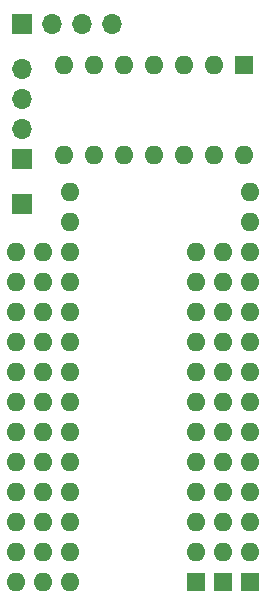
<source format=gbs>
G04 #@! TF.GenerationSoftware,KiCad,Pcbnew,(6.0.5)*
G04 #@! TF.CreationDate,2023-10-24T21:00:29+02:00*
G04 #@! TF.ProjectId,kicad-c128-byte-wide-color-ram,6b696361-642d-4633-9132-382d62797465,1.0*
G04 #@! TF.SameCoordinates,Original*
G04 #@! TF.FileFunction,Soldermask,Bot*
G04 #@! TF.FilePolarity,Negative*
%FSLAX46Y46*%
G04 Gerber Fmt 4.6, Leading zero omitted, Abs format (unit mm)*
G04 Created by KiCad (PCBNEW (6.0.5)) date 2023-10-24 21:00:29*
%MOMM*%
%LPD*%
G01*
G04 APERTURE LIST*
%ADD10R,1.600000X1.600000*%
%ADD11O,1.600000X1.600000*%
%ADD12R,1.700000X1.700000*%
%ADD13O,1.700000X1.700000*%
G04 APERTURE END LIST*
D10*
X125730000Y-68453000D03*
D11*
X123190000Y-68453000D03*
X120650000Y-68453000D03*
X118110000Y-68453000D03*
X115570000Y-68453000D03*
X113030000Y-68453000D03*
X110490000Y-68453000D03*
X110490000Y-76073000D03*
X113030000Y-76073000D03*
X115570000Y-76073000D03*
X118110000Y-76073000D03*
X120650000Y-76073000D03*
X123190000Y-76073000D03*
X125730000Y-76073000D03*
D12*
X106934000Y-76444000D03*
D13*
X106934000Y-73904000D03*
X106934000Y-71364000D03*
X106934000Y-68824000D03*
D12*
X106944000Y-65024000D03*
D13*
X109484000Y-65024000D03*
X112024000Y-65024000D03*
X114564000Y-65024000D03*
D12*
X106934000Y-80264000D03*
D10*
X123952000Y-112268000D03*
D11*
X123952000Y-109728000D03*
X123952000Y-107188000D03*
X123952000Y-104648000D03*
X123952000Y-102108000D03*
X123952000Y-99568000D03*
X123952000Y-97028000D03*
X123952000Y-94488000D03*
X123952000Y-91948000D03*
X123952000Y-89408000D03*
X123952000Y-86868000D03*
X123952000Y-84328000D03*
X108712000Y-84328000D03*
X108712000Y-86868000D03*
X108712000Y-89408000D03*
X108712000Y-91948000D03*
X108712000Y-94488000D03*
X108712000Y-97028000D03*
X108712000Y-99568000D03*
X108712000Y-102108000D03*
X108712000Y-104648000D03*
X108712000Y-107188000D03*
X108712000Y-109728000D03*
X108712000Y-112268000D03*
D10*
X121666000Y-112268000D03*
D11*
X121666000Y-109728000D03*
X121666000Y-107188000D03*
X121666000Y-104648000D03*
X121666000Y-102108000D03*
X121666000Y-99568000D03*
X121666000Y-97028000D03*
X121666000Y-94488000D03*
X121666000Y-91948000D03*
X121666000Y-89408000D03*
X121666000Y-86868000D03*
X121666000Y-84328000D03*
X106426000Y-84328000D03*
X106426000Y-86868000D03*
X106426000Y-89408000D03*
X106426000Y-91948000D03*
X106426000Y-94488000D03*
X106426000Y-97028000D03*
X106426000Y-99568000D03*
X106426000Y-102108000D03*
X106426000Y-104648000D03*
X106426000Y-107188000D03*
X106426000Y-109728000D03*
X106426000Y-112268000D03*
D10*
X126243000Y-112258000D03*
D11*
X126243000Y-109718000D03*
X126243000Y-107178000D03*
X126243000Y-104638000D03*
X126243000Y-102098000D03*
X126243000Y-99558000D03*
X126243000Y-97018000D03*
X126243000Y-94478000D03*
X126243000Y-91938000D03*
X126243000Y-89398000D03*
X126243000Y-86858000D03*
X126243000Y-84318000D03*
X126243000Y-81778000D03*
X126243000Y-79238000D03*
X111003000Y-79238000D03*
X111003000Y-81778000D03*
X111003000Y-84318000D03*
X111003000Y-86858000D03*
X111003000Y-89398000D03*
X111003000Y-91938000D03*
X111003000Y-94478000D03*
X111003000Y-97018000D03*
X111003000Y-99558000D03*
X111003000Y-102098000D03*
X111003000Y-104638000D03*
X111003000Y-107178000D03*
X111003000Y-109718000D03*
X111003000Y-112258000D03*
M02*

</source>
